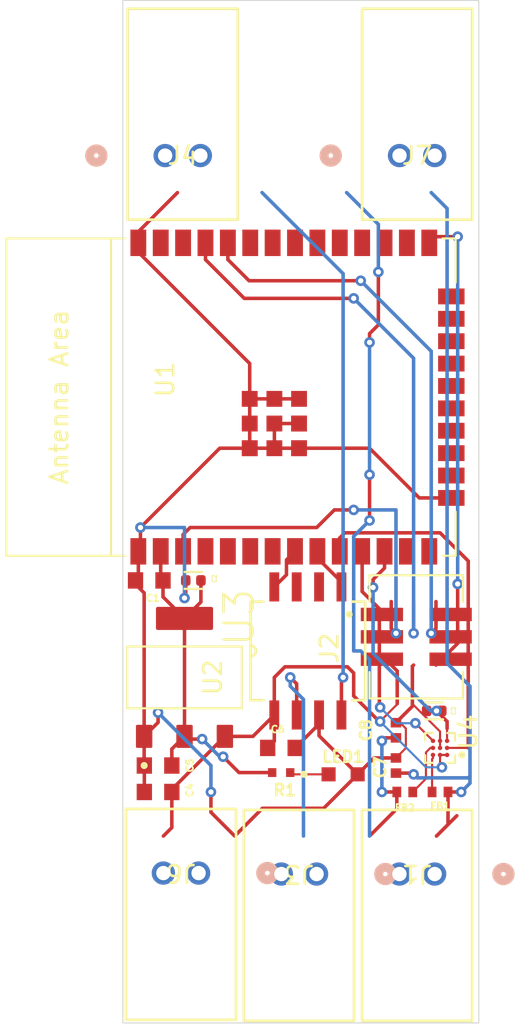
<source format=kicad_pcb>
(kicad_pcb (version 20240108) (generator "pcbnew") (generator_version "8.0")
  (layers (0 "F.Cu" signal) (31 "B.Cu" signal) (34 "B.Paste" user) (35 "F.Paste" user) (36 "B.SilkS" user "B.Silkscreen") (37 "F.SilkS" user "F.Silkscreen") (38 "B.Mask" user) (39 "F.Mask" user) (44 "Edge.Cuts" user))
  (net 0 "")
  (net 1 "GND")
  (net 2 "+3V3")
  (net 3 "+5V")
  (net 4 "/OUTP")
  (net 5 "/OUTN")
  (net 6 "Net-(U4-OUTP)")
  (net 7 "Net-(U4-OUTN)")
  (net 8 "/IO0")
  (net 9 "/EN")
  (net 10 "/RXD0")
  (net 11 "/TXD0")
  (net 12 "/OUTA")
  (net 13 "/OUTB")
  (net 14 "Net-(LED1-A)")
  (net 17 "/IO32")
  (net 31 "/IO26")
  (net 34 "/IO33")
  (net 40 "/IO25")
  (net 43 "/IO27")
  (footprint "10 uF capacitor:CAPC1608X90N" (layer "F.Cu") (at 136.5 112.5)
    (property "Reference" "C6" (at -0.21 -1.05 0) (layer "F.SilkS") (effects (font (size 0.393701 0.393701))))
    (property "Value" "10uF")
    (pad "1" smd rect (at -0.78 0) (size 0.87 0.93) (layers "F.Cu" "F.Paste" "F.Mask") (net 3 "+5V"))
    (pad "2" smd rect (at 0.78 0) (size 0.87 0.93) (layers "F.Cu" "F.Paste" "F.Mask") (net 1 "GND"))
  )
  (footprint "100 nF Capacitor:CAPC1005X55N" (layer "F.Cu") (at 145.17 110.4 180)
    (property "Reference" "C3" (at -1.1 0 90) (layer "F.SilkS") (effects (font (size 0.241854 0.241854))))
    (property "Value" "100nF")
    (fp_line (start 0.5 -0.48) (end -0.5 -0.48) (stroke (width 0.127)) (layer "F.SilkS"))
    (fp_line (start -0.5 0.48) (end 0.5 0.48) (stroke (width 0.127)) (layer "F.SilkS"))
    (pad "1" smd roundrect (at -0.43 0 180) (size 0.54 0.6) (layers "F.Cu" "F.Paste" "F.Mask") (roundrect_rratio 0.265) (net 1 "GND"))
    (pad "2" smd roundrect (at 0.43 0 180) (size 0.54 0.6) (layers "F.Cu" "F.Paste" "F.Mask") (roundrect_rratio 0.265) (net 3 "+5V"))
  )
  (footprint "10 uF capacitor:CAPC1608X90N" (layer "F.Cu") (at 129.5 113.5)
    (property "Reference" "C5" (at 1.8 0 90) (layer "F.SilkS") (effects (font (size 0.393701 0.393701) (thickness 0.098425))))
    (property "Value" "10uF")
    (pad "1" smd rect (at -0.78 0) (size 0.87 0.93) (layers "F.Cu" "F.Paste" "F.Mask") (net 1 "GND"))
    (pad "2" smd rect (at 0.78 0) (size 0.87 0.93) (layers "F.Cu" "F.Paste" "F.Mask") (net 2 "+3V3"))
  )
  (footprint "5-1-ohm-resistor:RES_ERJ2RKF5101X" (layer "F.Cu") (at 136.488 113.9 180)
    (property "Reference" "R1" (at -0.2 -1 0) (layer "F.SilkS") (effects (font (size 0.64 0.64))))
    (property "Value" "5.1kΩ")
    (pad "1" smd rect (at -0.512 0 180) (size 0.475 0.5) (layers "F.Cu" "F.Paste" "F.Mask") (net 14 "Net-(LED1-A)"))
    (pad "2" smd rect (at 0.512 0 180) (size 0.475 0.5) (layers "F.Cu" "F.Paste" "F.Mask") (net 2 "+3V3"))
  )
  (footprint "footprints:CONN2_S02B-PASK-2_JST" (layer "F.Cu") (at 129.899999 78.9)
    (property "Reference" "J4" (at 1 0 0) (layer "F.SilkS"))
    (property "Value" "S02B-PASK-2")
    (fp_circle (center -3.9022 0) (end -3.5212 0) (stroke (width 0.508)) (fill none) (layer "B.SilkS"))
    (fp_line (start -2.1242 -8.327001) (end -2.1242 3.636399) (stroke (width 0.1524)) (layer "F.SilkS"))
    (fp_line (start -2.1242 3.636399) (end 4.1242 3.636399) (stroke (width 0.1524)) (layer "F.SilkS"))
    (fp_line (start 4.1242 -8.327001) (end -2.1242 -8.327001) (stroke (width 0.1524)) (layer "F.SilkS"))
    (fp_line (start 4.1242 3.636399) (end 4.1242 -8.327001) (stroke (width 0.1524)) (layer "F.SilkS"))
    (fp_circle (center -3.9022 0) (end -3.5212 0) (stroke (width 0.508)) (fill none) (layer "F.SilkS"))
    (pad "1" thru_hole circle (at 0 0) (size 1.3208 1.3208) (drill 0.8128) (layers "*.Cu" "*.Mask") (net 1 "GND"))
    (pad "2" thru_hole circle (at 2.000001 0) (size 1.3208 1.3208) (drill 0.8128) (layers "*.Cu" "*.Mask") (net 12 "/OUTA"))
  )
  (footprint "dc3-6p:dc3-6p" (layer "F.Cu") (at 144.15 106.2 90)
    (property "Reference" "J2" (at -0.635 -4.935 90) (layer "F.SilkS"))
    (property "Value" "20021221-00006T4LF")
    (fp_line (start 3.495 -2.65) (end 2 -2.65) (stroke (width 0.127)) (layer "F.SilkS"))
    (fp_line (start -2 -2.65) (end -3.495 -2.65) (stroke (width 0.127)) (layer "F.SilkS"))
    (fp_line (start -3.495 -2.65) (end -3.495 2.65) (stroke (width 0.127)) (layer "F.SilkS"))
    (fp_line (start 3.495 2.65) (end 3.495 -2.65) (stroke (width 0.127)) (layer "F.SilkS"))
    (fp_line (start 2 2.65) (end 3.495 2.65) (stroke (width 0.127)) (layer "F.SilkS"))
    (fp_line (start -3.495 2.65) (end -2 2.65) (stroke (width 0.127)) (layer "F.SilkS"))
    (fp_circle (center 1.27 -3.81) (end 1.37 -3.81) (stroke (width 0.2)) (fill none) (layer "F.SilkS"))
    (pad "1" smd rect (at 1.27 -1.95 90) (size 0.76 2.4) (layers "F.Cu" "F.Paste" "F.Mask") (net 9 "/EN"))
    (pad "2" smd rect (at 1.27 1.95 90) (size 0.76 2.4) (layers "F.Cu" "F.Paste" "F.Mask") (net 3 "+5V"))
    (pad "3" smd rect (at 0 -1.95 90) (size 0.76 2.4) (layers "F.Cu" "F.Paste" "F.Mask") (net 11 "/TXD0"))
    (pad "4" smd rect (at 0 1.95 90) (size 0.76 2.4) (layers "F.Cu" "F.Paste" "F.Mask") (net 1 "GND"))
    (pad "5" smd rect (at -1.27 -1.95 90) (size 0.76 2.4) (layers "F.Cu" "F.Paste" "F.Mask") (net 10 "/RXD0"))
    (pad "6" smd rect (at -1.27 1.95 90) (size 0.76 2.4) (layers "F.Cu" "F.Paste" "F.Mask") (net 8 "/IO0"))
  )
  (footprint "MAX98357AEWL_T:BGA9N40P3X3_134X143X69N" (layer "F.Cu") (at 145.5 112.5 180)
    (property "Reference" "U4" (at -1.6 0.9 90) (layer "F.SilkS"))
    (property "Value" "MAX98357AEWL_T")
    (fp_line (start 0.845 0.845) (end 0.845 0.4225) (stroke (width 0.127)) (layer "F.SilkS"))
    (fp_line (start 0.845 0.845) (end 0.4225 0.845) (stroke (width 0.127)) (layer "F.SilkS"))
    (fp_line (start 0.845 -0.845) (end 0.845 -0.4225) (stroke (width 0.127)) (layer "F.SilkS"))
    (fp_line (start 0.845 -0.845) (end 0.4225 -0.845) (stroke (width 0.127)) (layer "F.SilkS"))
    (fp_line (start -0.845 0.845) (end -0.4225 0.845) (stroke (width 0.127)) (layer "F.SilkS"))
    (fp_line (start -0.845 0.845) (end -0.845 0.4225) (stroke (width 0.127)) (layer "F.SilkS"))
    (fp_line (start -0.845 -0.845) (end -0.4225 -0.845) (stroke (width 0.127)) (layer "F.SilkS"))
    (fp_line (start -0.845 -0.845) (end -0.845 -0.4225) (stroke (width 0.127)) (layer "F.SilkS"))
    (fp_circle (center -1.231 -0.4) (end -1.131 -0.4) (stroke (width 0.2)) (fill none) (layer "F.SilkS"))
    (pad "A1" smd circle (at -0.4 -0.4 180) (size 0.25 0.25) (layers "F.Cu" "F.Paste" "F.Mask") (net 3 "+5V"))
    (pad "A2" smd circle (at 0 -0.4 180) (size 0.25 0.25) (layers "F.Cu" "F.Paste" "F.Mask") (net 3 "+5V"))
    (pad "A3" smd circle (at 0.4 -0.4 180) (size 0.25 0.25) (layers "F.Cu" "F.Paste" "F.Mask") (net 6 "Net-(U4-OUTP)"))
    (pad "B1" smd circle (at -0.4 0 180) (size 0.25 0.25) (layers "F.Cu" "F.Paste" "F.Mask") (net 40 "/IO25"))
    (pad "B2" smd circle (at 0 0 180) (size 0.25 0.25) (layers "F.Cu" "F.Paste" "F.Mask") (net 1 "GND"))
    (pad "B3" smd circle (at 0.4 0 180) (size 0.25 0.25) (layers "F.Cu" "F.Paste" "F.Mask") (net 7 "Net-(U4-OUTN)"))
    (pad "C1" smd circle (at -0.4 0.4 180) (size 0.25 0.25) (layers "F.Cu" "F.Paste" "F.Mask") (net 43 "/IO27"))
    (pad "C2" smd circle (at 0 0.4 180) (size 0.25 0.25) (layers "F.Cu" "F.Paste" "F.Mask") (net 1 "GND"))
    (pad "C3" smd circle (at 0.4 0.4 180) (size 0.25 0.25) (layers "F.Cu" "F.Paste" "F.Mask") (net 31 "/IO26"))
  )
  (footprint "footprints:CONN2_S02B-PASK-2_JST" (layer "F.Cu") (at 131.800001 119.6 180)
    (property "Reference" "J6" (at 1 0 180) (layer "F.SilkS"))
    (property "Value" "S02B-PASK-2")
    (fp_circle (center -3.9022 0) (end -3.5212 0) (stroke (width 0.508)) (fill none) (layer "B.SilkS"))
    (fp_line (start 4.1242 3.636399) (end 4.1242 -8.327001) (stroke (width 0.1524)) (layer "F.SilkS"))
    (fp_line (start 4.1242 -8.327001) (end -2.1242 -8.327001) (stroke (width 0.1524)) (layer "F.SilkS"))
    (fp_line (start -2.1242 3.636399) (end 4.1242 3.636399) (stroke (width 0.1524)) (layer "F.SilkS"))
    (fp_line (start -2.1242 -8.327001) (end -2.1242 3.636399) (stroke (width 0.1524)) (layer "F.SilkS"))
    (fp_circle (center -3.9022 0) (end -3.5212 0) (stroke (width 0.508)) (fill none) (layer "F.SilkS"))
    (pad "1" thru_hole circle (at 0 0 180) (size 1.3208 1.3208) (drill 0.8128) (layers "*.Cu" "*.Mask") (net 1 "GND"))
    (pad "2" thru_hole circle (at 2.000001 0 180) (size 1.3208 1.3208) (drill 0.8128) (layers "*.Cu" "*.Mask") (net 3 "+5V"))
  )
  (footprint "AMS1117-3.3:SOT229P700X180-4N" (layer "F.Cu") (at 131 108.5 90)
    (property "Reference" "U2" (at 0 1.6 90) (layer "F.SilkS"))
    (property "Value" "AMS1117-3.3_C347222")
    (fp_line (start 1.7525 -3.2525) (end 1.7525 3.2525) (stroke (width 0.127)) (layer "F.SilkS"))
    (fp_line (start -1.7525 -3.2525) (end 1.7525 -3.2525) (stroke (width 0.127)) (layer "F.SilkS"))
    (fp_line (start 1.7525 3.2525) (end -1.7525 3.2525) (stroke (width 0.127)) (layer "F.SilkS"))
    (fp_line (start -1.7525 3.2525) (end -1.7525 -3.2525) (stroke (width 0.127)) (layer "F.SilkS"))
    (fp_circle (center -5 -2.29) (end -4.9 -2.29) (stroke (width 0.2)) (fill none) (layer "F.SilkS"))
    (pad "1" smd roundrect (at -3.345 -2.29 90) (size 1.31 0.93) (layers "F.Cu" "F.Paste" "F.Mask") (roundrect_rratio 0.075) (net 1 "GND"))
    (pad "2" smd roundrect (at -3.345 0 90) (size 1.31 0.93) (layers "F.Cu" "F.Paste" "F.Mask") (roundrect_rratio 0.075) (net 2 "+3V3"))
    (pad "3" smd roundrect (at -3.345 2.29 90) (size 1.31 0.93) (layers "F.Cu" "F.Paste" "F.Mask") (roundrect_rratio 0.075) (net 3 "+5V"))
    (pad "4" smd roundrect (at 3.345 0 90) (size 1.31 3.24) (layers "F.Cu" "F.Paste" "F.Mask") (roundrect_rratio 0.075) (net 2 "+3V3"))
  )
  (footprint "22uF capacitor:CAPC1608X90N" (layer "F.Cu") (at 129 103)
    (property "Reference" "C1" (at 0.2 1 0) (layer "F.SilkS") (effects (font (size 0.393701 0.393701))))
    (property "Value" "22uF")
    (pad "1" smd rect (at -0.78 0) (size 0.87 0.93) (layers "F.Cu" "F.Paste" "F.Mask") (net 1 "GND"))
    (pad "2" smd rect (at 0.78 0) (size 0.87 0.93) (layers "F.Cu" "F.Paste" "F.Mask") (net 2 "+3V3"))
  )
  (footprint "220pF capacitor:CAPC1005X55N" (layer "F.Cu") (at 143 111.5 90)
    (property "Reference" "C8" (at 0 -1.7 -90) (layer "F.SilkS") (effects (font (size 0.629921 0.629921))))
    (property "Value" "220pF")
    (pad "1" smd rect (at -0.43 0 90) (size 0.54 0.6) (layers "F.Cu" "F.Paste" "F.Mask") (net 5 "/OUTN"))
    (pad "2" smd rect (at 0.43 0 90) (size 0.54 0.6) (layers "F.Cu" "F.Paste" "F.Mask") (net 1 "GND"))
  )
  (footprint "footprints:CONN2_S02B-PASK-2_JST" (layer "F.Cu") (at 145.1951 119.654699 180)
    (property "Reference" "J1" (at 1 0 180) (layer "F.SilkS"))
    (property "Value" "S02B-PASK-2")
    (fp_circle (center -3.9022 0) (end -3.5212 0) (stroke (width 0.508)) (fill none) (layer "B.SilkS"))
    (fp_line (start 4.1242 3.636399) (end 4.1242 -8.327001) (stroke (width 0.1524)) (layer "F.SilkS"))
    (fp_line (start 4.1242 -8.327001) (end -2.1242 -8.327001) (stroke (width 0.1524)) (layer "F.SilkS"))
    (fp_line (start -2.1242 3.636399) (end 4.1242 3.636399) (stroke (width 0.1524)) (layer "F.SilkS"))
    (fp_line (start -2.1242 -8.327001) (end -2.1242 3.636399) (stroke (width 0.1524)) (layer "F.SilkS"))
    (fp_circle (center -3.9022 0) (end -3.5212 0) (stroke (width 0.508)) (fill none) (layer "F.SilkS"))
    (pad "1" thru_hole circle (at 0 0 180) (size 1.3208 1.3208) (drill 0.8128) (layers "*.Cu" "*.Mask") (net 4 "/OUTP"))
    (pad "2" thru_hole circle (at 2.000001 0 180) (size 1.3208 1.3208) (drill 0.8128) (layers "*.Cu" "*.Mask") (net 5 "/OUTN"))
  )
  (footprint "footprints:CONN2_S02B-PASK-2_JST" (layer "F.Cu") (at 143.199999 78.9)
    (property "Reference" "J7" (at 1 0 0) (layer "F.SilkS"))
    (property "Value" "S02B-PASK-2")
    (fp_circle (center -3.9022 0) (end -3.5212 0) (stroke (width 0.508)) (fill none) (layer "B.SilkS"))
    (fp_line (start -2.1242 -8.327001) (end -2.1242 3.636399) (stroke (width 0.1524)) (layer "F.SilkS"))
    (fp_line (start -2.1242 3.636399) (end 4.1242 3.636399) (stroke (width 0.1524)) (layer "F.SilkS"))
    (fp_line (start 4.1242 -8.327001) (end -2.1242 -8.327001) (stroke (width 0.1524)) (layer "F.SilkS"))
    (fp_line (start 4.1242 3.636399) (end 4.1242 -8.327001) (stroke (width 0.1524)) (layer "F.SilkS"))
    (fp_circle (center -3.9022 0) (end -3.5212 0) (stroke (width 0.508)) (fill none) (layer "F.SilkS"))
    (pad "1" thru_hole circle (at 0 0) (size 1.3208 1.3208) (drill 0.8128) (layers "*.Cu" "*.Mask") (net 4 "/OUTP"))
    (pad "2" thru_hole circle (at 2.000001 0) (size 1.3208 1.3208) (drill 0.8128) (layers "*.Cu" "*.Mask") (net 5 "/OUTN"))
  )
  (footprint "ferrite:0402ferritebead" (layer "F.Cu") (at 143.5 115 180)
    (property "Reference" "FB2" (at 0 -0.9 180) (layer "F.SilkS") (effects (font (size 0.393701 0.393701))))
    (property "Value" "FerriteBead")
    (pad "1" smd rect (at -0.452 0 180) (size 0.5 0.6) (layers "F.Cu" "F.Paste" "F.Mask") (net 7 "Net-(U4-OUTN)"))
    (pad "2" smd rect (at 0.452 0 180) (size 0.5 0.6) (layers "F.Cu" "F.Paste" "F.Mask") (net 5 "/OUTN"))
  )
  (footprint "esp32:ESP32-WROOM-32E" (layer "F.Cu") (at 135.39 92.6 90)
    (property "Reference" "U1" (at 1 -5.49 90) (layer "F.SilkS"))
    (property "Value" "ESP32-WROOM-32E(8MB)")
    (fp_line (start 9 -14.5) (end 9 -7.75) (stroke (width 0.12)) (layer "F.SilkS"))
    (fp_line (start -9 -14.5) (end 9 -14.5) (stroke (width 0.12)) (layer "F.SilkS"))
    (fp_line (start -9 -14.5) (end -9 -7.75) (stroke (width 0.12)) (layer "F.SilkS"))
    (fp_line (start 9 -8.56) (end -9 -8.56) (stroke (width 0.12)) (layer "F.SilkS"))
    (fp_line (start 9 10.25) (end 9 11) (stroke (width 0.12)) (layer "F.SilkS"))
    (fp_line (start -9 10.25) (end -9 11) (stroke (width 0.12)) (layer "F.SilkS"))
    (fp_line (start 9 11) (end 8.25 11) (stroke (width 0.12)) (layer "F.SilkS"))
    (fp_line (start 8.25 11) (end 6.5 11) (stroke (width 0.12)) (layer "F.SilkS"))
    (fp_line (start -8.25 11) (end -6.5 11) (stroke (width 0.12)) (layer "F.SilkS"))
    (fp_line (start -9 11) (end -8.25 11) (stroke (width 0.12)) (layer "F.SilkS"))
    (fp_text user "Antenna Area" (at 0 -11.5 90) (layer "F.SilkS"))
    (pad "1" smd rect (at -8.75 -7.01 90) (size 1.5 0.9) (layers "F.Cu" "F.Paste" "F.Mask") (net 1 "GND"))
    (pad "2" smd rect (at -8.75 -5.74 90) (size 1.5 0.9) (layers "F.Cu" "F.Paste" "F.Mask") (net 2 "+3V3"))
    (pad "3" smd rect (at -8.75 -4.47 90) (size 1.5 0.9) (layers "F.Cu" "F.Paste" "F.Mask") (net 9 "/EN"))
    (pad "4" smd rect (at -8.75 -3.2 90) (size 1.5 0.9) (layers "F.Cu" "F.Paste" "F.Mask"))
    (pad "5" smd rect (at -8.75 -1.93 90) (size 1.5 0.9) (layers "F.Cu" "F.Paste" "F.Mask"))
    (pad "6" smd rect (at -8.75 -0.66 90) (size 1.5 0.9) (layers "F.Cu" "F.Paste" "F.Mask"))
    (pad "7" smd rect (at -8.75 0.61 90) (size 1.5 0.9) (layers "F.Cu" "F.Paste" "F.Mask"))
    (pad "8" smd rect (at -8.75 1.88 90) (size 1.5 0.9) (layers "F.Cu" "F.Paste" "F.Mask") (net 17 "/IO32"))
    (pad "9" smd rect (at -8.75 3.15 90) (size 1.5 0.9) (layers "F.Cu" "F.Paste" "F.Mask") (net 34 "/IO33"))
    (pad "10" smd rect (at -8.75 4.42 90) (size 1.5 0.9) (layers "F.Cu" "F.Paste" "F.Mask") (net 40 "/IO25"))
    (pad "11" smd rect (at -8.75 5.69 90) (size 1.5 0.9) (layers "F.Cu" "F.Paste" "F.Mask") (net 31 "/IO26"))
    (pad "12" smd rect (at -8.75 6.96 90) (size 1.5 0.9) (layers "F.Cu" "F.Paste" "F.Mask") (net 43 "/IO27"))
    (pad "13" smd rect (at -8.75 8.23 90) (size 1.5 0.9) (layers "F.Cu" "F.Paste" "F.Mask"))
    (pad "14" smd rect (at -8.75 9.5 90) (size 1.5 0.9) (layers "F.Cu" "F.Paste" "F.Mask"))
    (pad "15" smd rect (at -5.72 10.75 180) (size 1.5 0.9) (layers "F.Cu" "F.Paste" "F.Mask") (net 1 "GND"))
    (pad "16" smd rect (at -4.45 10.75 180) (size 1.5 0.9) (layers "F.Cu" "F.Paste" "F.Mask"))
    (pad "17" smd rect (at -3.18 10.75 180) (size 1.5 0.9) (layers "F.Cu" "F.Paste" "F.Mask"))
    (pad "18" smd rect (at -1.91 10.75 180) (size 1.5 0.9) (layers "F.Cu" "F.Paste" "F.Mask"))
    (pad "19" smd rect (at -0.64 10.75 180) (size 1.5 0.9) (layers "F.Cu" "F.Paste" "F.Mask"))
    (pad "20" smd rect (at 0.63 10.75 180) (size 1.5 0.9) (layers "F.Cu" "F.Paste" "F.Mask"))
    (pad "21" smd rect (at 1.9 10.75 180) (size 1.5 0.9) (layers "F.Cu" "F.Paste" "F.Mask"))
    (pad "22" smd rect (at 3.17 10.75 180) (size 1.5 0.9) (layers "F.Cu" "F.Paste" "F.Mask"))
    (pad "23" smd rect (at 4.44 10.75 180) (size 1.5 0.9) (layers "F.Cu" "F.Paste" "F.Mask"))
    (pad "24" smd rect (at 5.71 10.75 180) (size 1.5 0.9) (layers "F.Cu" "F.Paste" "F.Mask"))
    (pad "25" smd rect (at 8.75 9.5 270) (size 1.5 0.9) (layers "F.Cu" "F.Paste" "F.Mask") (net 8 "/IO0"))
    (pad "26" smd rect (at 8.75 8.23 270) (size 1.5 0.9) (layers "F.Cu" "F.Paste" "F.Mask"))
    (pad "27" smd rect (at 8.75 6.96 270) (size 1.5 0.9) (layers "F.Cu" "F.Paste" "F.Mask"))
    (pad "28" smd rect (at 8.75 5.69 270) (size 1.5 0.9) (layers "F.Cu" "F.Paste" "F.Mask"))
    (pad "29" smd rect (at 8.75 4.42 270) (size 1.5 0.9) (layers "F.Cu" "F.Paste" "F.Mask"))
    (pad "30" smd rect (at 8.75 3.15 270) (size 1.5 0.9) (layers "F.Cu" "F.Paste" "F.Mask"))
    (pad "31" smd rect (at 8.75 1.88 270) (size 1.5 0.9) (layers "F.Cu" "F.Paste" "F.Mask"))
    (pad "32" smd rect (at 8.75 0.61 270) (size 1.5 0.9) (layers "F.Cu" "F.Paste" "F.Mask"))
    (pad "33" smd rect (at 8.75 -0.66 270) (size 1.5 0.9) (layers "F.Cu" "F.Paste" "F.Mask"))
    (pad "34" smd rect (at 8.75 -1.93 270) (size 1.5 0.9) (layers "F.Cu" "F.Paste" "F.Mask") (net 10 "/RXD0"))
    (pad "35" smd rect (at 8.75 -3.2 270) (size 1.5 0.9) (layers "F.Cu" "F.Paste" "F.Mask") (net 11 "/TXD0"))
    (pad "36" smd rect (at 8.75 -4.47 270) (size 1.5 0.9) (layers "F.Cu" "F.Paste" "F.Mask"))
    (pad "37" smd rect (at 8.75 -5.74 270) (size 1.5 0.9) (layers "F.Cu" "F.Paste" "F.Mask"))
    (pad "38" smd rect (at 8.75 -7.01 270) (size 1.5 0.9) (layers "F.Cu" "F.Paste" "F.Mask") (net 1 "GND"))
    (pad "39" smd rect (at -2.9 -0.69 270) (size 0.9 0.9) (layers "F.Cu" "F.Paste" "F.Mask") (net 1 "GND"))
    (pad "39" smd rect (at -2.9 -0.69 270) (size 0.9 0.9) (layers "F.Cu" "F.Paste" "F.Mask") (net 1 "GND"))
    (pad "39" smd rect (at -2.9 0.71 270) (size 0.9 0.9) (layers "F.Cu" "F.Paste" "F.Mask") (net 1 "GND"))
    (pad "39" smd rect (at -2.9 2.11 270) (size 0.9 0.9) (layers "F.Cu" "F.Paste" "F.Mask") (net 1 "GND"))
    (pad "39" smd rect (at -2.9 2.11 270) (size 0.9 0.9) (layers "F.Cu" "F.Paste" "F.Mask") (net 1 "GND"))
    (pad "39" smd rect (at -1.5 -0.69 270) (size 0.9 0.9) (layers "F.Cu" "F.Paste" "F.Mask") (net 1 "GND"))
    (pad "39" smd rect (at -1.5 0.71 270) (size 0.9 0.9) (layers "F.Cu" "F.Paste" "F.Mask") (net 1 "GND"))
    (pad "39" smd rect (at -1.5 2.11 270) (size 0.9 0.9) (layers "F.Cu" "F.Paste" "F.Mask") (net 1 "GND"))
    (pad "39" smd rect (at -1.5 2.11 270) (size 0.9 0.9) (layers "F.Cu" "F.Paste" "F.Mask") (net 1 "GND"))
    (pad "39" smd rect (at -0.1 -0.69 270) (size 0.9 0.9) (layers "F.Cu" "F.Paste" "F.Mask") (net 1 "GND"))
    (pad "39" smd rect (at -0.1 0.71 270) (size 0.9 0.9) (layers "F.Cu" "F.Paste" "F.Mask") (net 1 "GND"))
    (pad "39" smd rect (at -0.1 2.11 270) (size 0.9 0.9) (layers "F.Cu" "F.Paste" "F.Mask") (net 1 "GND"))
  )
  (footprint "100 nF Capacitor:CAPC1005X55N" (layer "F.Cu") (at 131.5 103)
    (property "Reference" "C2" (at 1.2 -0.1 90) (layer "F.SilkS") (effects (font (size 0.241854 0.241854))))
    (property "Value" "100nF")
    (fp_line (start -0.5 0.48) (end 0.5 0.48) (stroke (width 0.127)) (layer "F.SilkS"))
    (fp_line (start 0.5 -0.48) (end -0.5 -0.48) (stroke (width 0.127)) (layer "F.SilkS"))
    (pad "1" smd roundrect (at -0.43 0) (size 0.54 0.6) (layers "F.Cu" "F.Paste" "F.Mask") (roundrect_rratio 0.265) (net 1 "GND"))
    (pad "2" smd roundrect (at 0.43 0) (size 0.54 0.6) (layers "F.Cu" "F.Paste" "F.Mask") (roundrect_rratio 0.265) (net 2 "+3V3"))
  )
  (footprint "220pF capacitor:CAPC1005X55N" (layer "F.Cu") (at 143 113.5 90)
    (property "Reference" "C7" (at -0.1 -0.9 90) (layer "F.SilkS") (effects (font (size 0.629921 0.629921))))
    (property "Value" "220pF")
    (pad "1" smd rect (at -0.43 0 90) (size 0.54 0.6) (layers "F.Cu" "F.Paste" "F.Mask") (net 4 "/OUTP"))
    (pad "2" smd rect (at 0.43 0 90) (size 0.54 0.6) (layers "F.Cu" "F.Paste" "F.Mask") (net 1 "GND"))
  )
  (footprint "KP-1608SURCK:LED_KP-1608SURCK" (layer "F.Cu") (at 140 114)
    (property "Reference" "LED1" (at 0 -1 0) (layer "F.SilkS") (effects (font (size 0.64 0.64))))
    (property "Value" "0805G (Green)")
    (fp_circle (center -2.225 0) (end -2.125 0) (stroke (width 0.2)) (fill none) (layer "F.SilkS"))
    (pad "1" smd rect (at 0.825 0) (size 0.8 0.8) (layers "F.Cu" "F.Paste" "F.Mask") (net 1 "GND"))
    (pad "2" smd rect (at -0.825 0) (size 0.8 0.8) (layers "F.Cu" "F.Paste" "F.Mask") (net 14 "Net-(LED1-A)"))
  )
  (footprint "footprints:CONN2_S02B-PASK-2_JST" (layer "F.Cu") (at 138.4951 119.654699 180)
    (property "Reference" "J3" (at 1 0 180) (layer "F.SilkS"))
    (property "Value" "S02B-PASK-2")
    (fp_circle (center -3.9022 0) (end -3.5212 0) (stroke (width 0.508)) (fill none) (layer "B.SilkS"))
    (fp_line (start 4.1242 3.636399) (end 4.1242 -8.327001) (stroke (width 0.1524)) (layer "F.SilkS"))
    (fp_line (start 4.1242 -8.327001) (end -2.1242 -8.327001) (stroke (width 0.1524)) (layer "F.SilkS"))
    (fp_line (start -2.1242 3.636399) (end 4.1242 3.636399) (stroke (width 0.1524)) (layer "F.SilkS"))
    (fp_line (start -2.1242 -8.327001) (end -2.1242 3.636399) (stroke (width 0.1524)) (layer "F.SilkS"))
    (fp_circle (center -3.9022 0) (end -3.5212 0) (stroke (width 0.508)) (fill none) (layer "F.SilkS"))
    (pad "1" thru_hole circle (at 0 0 180) (size 1.3208 1.3208) (drill 0.8128) (layers "*.Cu" "*.Mask") (net 1 "GND"))
    (pad "2" thru_hole circle (at 2.000001 0 180) (size 1.3208 1.3208) (drill 0.8128) (layers "*.Cu" "*.Mask") (net 13 "/OUTB"))
  )
  (footprint "10 uF capacitor:CAPC1608X90N" (layer "F.Cu") (at 129.5 115)
    (property "Reference" "C4" (at 1.8 -0.1 90) (layer "F.SilkS") (effects (font (size 0.393701 0.393701))))
    (property "Value" "10uF")
    (pad "1" smd rect (at -0.78 0) (size 0.87 0.93) (layers "F.Cu" "F.Paste" "F.Mask") (net 1 "GND"))
    (pad "2" smd rect (at 0.78 0) (size 0.87 0.93) (layers "F.Cu" "F.Paste" "F.Mask") (net 3 "+5V"))
  )
  (footprint "ferrite:0402ferritebead" (layer "F.Cu") (at 145.5 115)
    (property "Reference" "FB1" (at 0 0.8 0) (layer "F.SilkS") (effects (font (size 0.393701 0.393701))))
    (property "Value" "FerriteBead")
    (pad "1" smd rect (at -0.452 0) (size 0.5 0.6) (layers "F.Cu" "F.Paste" "F.Mask") (net 6 "Net-(U4-OUTP)"))
    (pad "2" smd rect (at 0.452 0) (size 0.5 0.6) (layers "F.Cu" "F.Paste" "F.Mask") (net 4 "/OUTP"))
  )
  (footprint "motor_driver:SOP127P780X200-8N" (layer "F.Cu") (at 138 107 90)
    (property "Reference" "U3" (at 1.9 -3.9 -90) (layer "F.SilkS") (effects (font (size 1.641504 1.641504))))
    (property "Value" "GR6205-SOP-8")
    (fp_line (start 2.794 -3.2512) (end 0.3048 -3.2512) (stroke (width 0.1524)) (layer "F.SilkS"))
    (fp_line (start 0.3048 -3.2512) (end -0.3048 -3.2512) (stroke (width 0.1524)) (layer "F.SilkS"))
    (fp_line (start -0.3048 -3.2512) (end -2.794 -3.2512) (stroke (width 0.1524)) (layer "F.SilkS"))
    (fp_line (start -2.794 -3.2512) (end -2.794 -2.5146) (stroke (width 0.1524)) (layer "F.SilkS"))
    (fp_line (start 2.794 -2.5146) (end 2.794 -3.2512) (stroke (width 0.1524)) (layer "F.SilkS"))
    (fp_line (start -2.794 2.5146) (end -2.794 3.2512) (stroke (width 0.1524)) (layer "F.SilkS"))
    (fp_line (start 2.794 3.2512) (end 2.794 2.5146) (stroke (width 0.1524)) (layer "F.SilkS"))
    (fp_line (start -2.794 3.2512) (end 2.794 3.2512) (stroke (width 0.1524)) (layer "F.SilkS"))
    (fp_arc (start 0.3048 -3.2512) (mid 0 -2.9464) (end -0.3048 -3.2512) (stroke (width 0.1524)) (layer "F.SilkS"))
    (pad "1" smd rect (at -3.6322 -1.905 90) (size 1.651 0.5588) (layers "F.Cu" "F.Paste" "F.Mask") (net 3 "+5V"))
    (pad "2" smd rect (at -3.6322 -0.635 90) (size 1.651 0.5588) (layers "F.Cu" "F.Paste" "F.Mask") (net 13 "/OUTB"))
    (pad "3" smd rect (at -3.6322 0.635 90) (size 1.651 0.5588) (layers "F.Cu" "F.Paste" "F.Mask") (net 1 "GND"))
    (pad "4" smd rect (at -3.6322 1.905 90) (size 1.651 0.5588) (layers "F.Cu" "F.Paste" "F.Mask") (net 12 "/OUTA"))
    (pad "5" smd rect (at 3.6322 1.905 90) (size 1.651 0.5588) (layers "F.Cu" "F.Paste" "F.Mask") (net 34 "/IO33"))
    (pad "6" smd rect (at 3.6322 0.635 90) (size 1.651 0.5588) (layers "F.Cu" "F.Paste" "F.Mask"))
    (pad "7" smd rect (at 3.6322 -0.635 90) (size 1.651 0.5588) (layers "F.Cu" "F.Paste" "F.Mask"))
    (pad "8" smd rect (at 3.6322 -1.905 90) (size 1.651 0.5588) (layers "F.Cu" "F.Paste" "F.Mask") (net 17 "/IO32"))
  )
  (gr_rect (start 127.5 70.1) (end 147.7 128.1) (stroke (width 0.05)) (fill none) (layer "Edge.Cuts"))
  (segment (start 137.5 95.5) (end 136.1 95.5) (width 0.2) (layer "F.Cu") (net 1))
  (segment (start 133.85 117.5) (end 132.5 116.15) (width 0.2) (layer "F.Cu") (net 1))
  (segment (start 134.7 90.7) (end 134.7 92.7) (width 0.2) (layer "F.Cu") (net 1))
  (segment (start 143.23 111.07) (end 143.56 111.4) (width 0.12) (layer "F.Cu") (net 1))
  (segment (start 136.1 94.1) (end 136.1 95.5) (width 0.2) (layer "F.Cu") (net 1))
  (segment (start 141.755 113.07) (end 140.825 114) (width 0.2) (layer "F.Cu") (net 1))
  (segment (start 131.07 103) (end 131.07 103.93) (width 0.2) (layer "F.Cu") (net 1))
  (segment (start 129.5 110.5) (end 129.5 111.055) (width 0.2) (layer "F.Cu") (net 1))
  (segment (start 138.9 115.925) (end 140.825 114) (width 0.2) (layer "F.Cu") (net 1))
  (segment (start 134.7 92.7) (end 134.7 94.1) (width 0.2) (layer "F.Cu") (net 1))
  (segment (start 138.635 111.81) (end 138.635 110.6322) (width 0.2) (layer "F.Cu") (net 1))
  (segment (start 143.93 107.87) (end 144 107.8) (width 0.2) (layer "F.Cu") (net 1))
  (segment (start 128.38 83.22) (end 128.38 83.85) (width 0.2) (layer "F.Cu") (net 1))
  (segment (start 137.5 92.7) (end 136.1 92.7) (width 0.2) (layer "F.Cu") (net 1))
  (segment (start 134.7 95.5) (end 136.1 95.5) (width 0.2) (layer "F.Cu") (net 1))
  (segment (start 128.38 102.84) (end 128.22 103) (width 0.2) (layer "F.Cu") (net 1))
  (segment (start 131.07 103.93) (end 131 104) (width 0.2) (layer "F.Cu") (net 1))
  (segment (start 143.56 112.51) (end 143 113.07) (width 0.12) (layer "F.Cu") (net 1))
  (segment (start 128.38 101.35) (end 128.38 102.84) (width 0.2) (layer "F.Cu") (net 1))
  (segment (start 136.1 94.1) (end 137.5 94.1) (width 0.2) (layer "F.Cu") (net 1))
  (segment (start 128.71 111.845) (end 128.71 113.49) (width 0.2) (layer "F.Cu") (net 1))
  (segment (start 143.56 111.4) (end 143.56 112.51) (width 0.12) (layer "F.Cu") (net 1))
  (segment (start 134.7 94.1) (end 134.7 95.5) (width 0.2) (layer "F.Cu") (net 1))
  (segment (start 137.28 112.5) (end 138.635 111.145) (width 0.2) (layer "F.Cu") (net 1))
  (segment (start 141.5 95.5) (end 144.32 98.32) (width 0.2) (layer "F.Cu") (net 1))
  (segment (start 129.5 111.055) (end 128.71 111.845) (width 0.2) (layer "F.Cu") (net 1))
  (segment (start 143.93 110.14) (end 143.93 110) (width 0.2) (layer "F.Cu") (net 1))
  (segment (start 128.22 103.22) (end 128.71 103.71) (width 0.2) (layer "F.Cu") (net 1))
  (segment (start 132.5 116.15) (end 132.5 115) (width 0.2) (layer "F.Cu") (net 1))
  (segment (start 128.71 113.49) (end 128.72 113.5) (width 0.2) (layer "F.Cu") (net 1))
  (segment (start 145.5 112.1) (end 145.5 111.57) (width 0.12) (layer "F.Cu") (net 1))
  (segment (start 128.72 113.5) (end 128.72 115) (width 0.2) (layer "F.Cu") (net 1))
  (segment (start 128.38 84.38) (end 134.7 90.7) (width 0.2) (layer "F.Cu") (net 1))
  (segment (start 141.5 95.5) (end 137.5 95.5) (width 0.2) (layer "F.Cu") (net 1))
  (segment (start 138.635 111.145) (end 138.635 110.6322) (width 0.2) (layer "F.Cu") (net 1))
  (segment (start 144.32 98.32) (end 146.14 98.32) (width 0.2) (layer "F.Cu") (net 1))
  (segment (start 128.5 101.23) (end 128.38 101.35) (width 0.2) (layer "F.Cu") (net 1))
  (segment (start 143 111.07) (end 143.93 110.14) (width 0.2) (layer "F.Cu") (net 1))
  (segment (start 133 95.5) (end 128.5 100) (width 0.2) (layer "F.Cu") (net 1))
  (segment (start 128.22 103) (end 128.22 103.22) (width 0.2) (layer "F.Cu") (net 1))
  (segment (start 133.85 117.5) (end 135.425 115.925) (width 0.2) (layer "F.Cu") (net 1))
  (segment (start 134.7 95.5) (end 133 95.5) (width 0.2) (layer "F.Cu") (net 1))
  (segment (start 145.5 112.1) (end 145.5 112.5) (width 0.12) (layer "F.Cu") (net 1))
  (segment (start 130.6 81) (end 128.38 83.22) (width 0.2) (layer "F.Cu") (net 1))
  (segment (start 143.93 110) (end 143.93 107.87) (width 0.2) (layer "F.Cu") (net 1))
  (segment (start 128.38 83.85) (end 128.38 84.38) (width 0.2) (layer "F.Cu") (net 1))
  (segment (start 135.425 115.925) (end 138.9 115.925) (width 0.2) (layer "F.Cu") (net 1))
  (segment (start 134.7 92.7) (end 136.1 92.7) (width 0.2) (layer "F.Cu") (net 1))
  (segment (start 143 113.07) (end 141.755 113.07) (width 0.2) (layer "F.Cu") (net 1))
  (segment (start 128.71 103.71) (end 128.71 111.845) (width 0.2) (layer "F.Cu") (net 1))
  (segment (start 128.5 100) (end 128.5 101.23) (width 0.2) (layer "F.Cu") (net 1))
  (segment (start 143 111.07) (end 143.23 111.07) (width 0.12) (layer "F.Cu") (net 1))
  (segment (start 140.825 114) (end 138.635 111.81) (width 0.2) (layer "F.Cu") (net 1))
  (segment (start 145.5 111.57) (end 143.93 110) (width 0.12) (layer "F.Cu") (net 1))
  (via (at 131 104) (size 0.6) (drill 0.3) (layers "F.Cu" "B.Cu") (net 1))
  (via (at 128.5 100) (size 0.6) (drill 0.3) (layers "F.Cu" "B.Cu") (net 1))
  (via (at 129.5 110.5) (size 0.6) (drill 0.3) (layers "F.Cu" "B.Cu") (net 1))
  (via (at 132.5 115) (size 0.6) (drill 0.3) (layers "F.Cu" "B.Cu") (net 1))
  (segment (start 132.5 115) (end 132.5 113.5) (width 0.2) (layer "B.Cu") (net 1))
  (segment (start 132.5 113.5) (end 129.5 110.5) (width 0.2) (layer "B.Cu") (net 1))
  (segment (start 131 100) (end 128.5 100) (width 0.2) (layer "B.Cu") (net 1))
  (segment (start 131 104) (end 131 100) (width 0.2) (layer "B.Cu") (net 1))
  (segment (start 129.78 103.935) (end 131 105.155) (width 0.2) (layer "F.Cu") (net 2))
  (segment (start 132 112) (end 131.155 112) (width 0.2) (layer "F.Cu") (net 2))
  (segment (start 129.65 102.87) (end 129.78 103) (width 0.2) (layer "F.Cu") (net 2))
  (segment (start 131 105.155) (end 131.93 104.225) (width 0.2) (layer "F.Cu") (net 2))
  (segment (start 130.28 113.5) (end 130.28 112.565) (width 0.2) (layer "F.Cu") (net 2))
  (segment (start 129.78 103) (end 129.78 103.935) (width 0.2) (layer "F.Cu") (net 2))
  (segment (start 131 111.845) (end 131 105.155) (width 0.2) (layer "F.Cu") (net 2))
  (segment (start 130.28 112.565) (end 131 111.845) (width 0.2) (layer "F.Cu") (net 2))
  (segment (start 135.976 113.9) (end 134.092821 113.9) (width 0.2) (layer "F.Cu") (net 2))
  (segment (start 129.65 101.35) (end 129.65 102.87) (width 0.2) (layer "F.Cu") (net 2))
  (segment (start 134.092821 113.9) (end 133.192821 113) (width 0.2) (layer "F.Cu") (net 2))
  (segment (start 131.93 104.225) (end 131.93 103) (width 0.2) (layer "F.Cu") (net 2))
  (segment (start 131.155 112) (end 131 111.845) (width 0.2) (layer "F.Cu") (net 2))
  (via (at 133.192821 113) (size 0.6) (drill 0.3) (layers "F.Cu" "B.Cu") (net 2))
  (via (at 132 112) (size 0.6) (drill 0.3) (layers "F.Cu" "B.Cu") (net 2))
  (segment (start 133 113) (end 132 112) (width 0.2) (layer "B.Cu") (net 2))
  (segment (start 133.192821 113) (end 133 113) (width 0.2) (layer "B.Cu") (net 2))
  (segment (start 142.099999 111.000002) (end 142.051473 111.000002) (width 0.2) (layer "F.Cu") (net 3))
  (segment (start 136.095 112.125) (end 135.72 112.5) (width 0.2) (layer "F.Cu") (net 3))
  (segment (start 140.248529 107.9) (end 136.7 107.9) (width 0.2) (layer "F.Cu") (net 3))
  (segment (start 130.28 114.855) (end 133.29 111.845) (width 0.2) (layer "F.Cu") (net 3))
  (segment (start 140.6 108.251471) (end 140.248529 107.9) (width 0.2) (layer "F.Cu") (net 3))
  (segment (start 142.19196 110.9) (end 143.07 110.02196) (width 0.12) (layer "F.Cu") (net 3))
  (segment (start 145.9 112.9) (end 145.5 112.9) (width 0.12) (layer "F.Cu") (net 3))
  (segment (start 136.7 107.9) (end 136.095 108.505) (width 0.2) (layer "F.Cu") (net 3))
  (segment (start 134.8822 111.845) (end 136.095 110.6322) (width 0.2) (layer "F.Cu") (net 3))
  (segment (start 142.1 111.000001) (end 142.1 110.9) (width 0.2) (layer "F.Cu") (net 3))
  (segment (start 136.095 110.6322) (end 136.095 112.125) (width 0.2) (layer "F.Cu") (net 3))
  (segment (start 143.07 110) (end 143.07 108.14) (width 0.2) (layer "F.Cu") (net 3))
  (segment (start 136.095 108.505) (end 136.095 110.6322) (width 0.2) (layer "F.Cu") (net 3))
  (segment (start 142.1 110.9) (end 142.19196 110.9) (width 0.12) (layer "F.Cu") (net 3))
  (segment (start 145.5 112.9) (end 145.5 113.492) (width 0.12) (layer "F.Cu") (net 3))
  (segment (start 142.051473 111.000002) (end 140.6 109.548529) (width 0.2) (layer "F.Cu") (net 3))
  (segment (start 133.29 111.845) (end 134.8822 111.845) (width 0.2) (layer "F.Cu") (net 3))
  (segment (start 143.07 108.14) (end 142.73 107.8) (width 0.2) (layer "F.Cu") (net 3))
  (segment (start 145.5 113.492) (end 145.608 113.6) (width 0.12) (layer "F.Cu") (net 3))
  (segment (start 130.28 117.02) (end 129.8 117.5) (width 0.2) (layer "F.Cu") (net 3))
  (segment (start 140.6 109.548529) (end 140.6 108.251471) (width 0.2) (layer "F.Cu") (net 3))
  (segment (start 143.07 110.02196) (end 143.07 110) (width 0.12) (layer "F.Cu") (net 3))
  (segment (start 130.28 115) (end 130.28 117.02) (width 0.2) (layer "F.Cu") (net 3))
  (segment (start 142.099999 111.000002) (end 142.1 111.000001) (width 0.2) (layer "F.Cu") (net 3))
  (segment (start 130.28 115) (end 130.28 114.855) (width 0.2) (layer "F.Cu") (net 3))
  (via (at 145.608 113.6) (size 0.6) (drill 0.3) (layers "F.Cu" "B.Cu") (net 3))
  (via (at 142.099999 111.000002) (size 0.6) (drill 0.3) (layers "F.Cu" "B.Cu") (net 3))
  (segment (start 144.699997 113.6) (end 145.608 113.6) (width 0.12) (layer "B.Cu") (net 3))
  (segment (start 142.099999 111.000002) (end 144.699997 113.6) (width 0.12) (layer "B.Cu") (net 3))
  (segment (start 143.93 113.93) (end 144 114) (width 0.2) (layer "F.Cu") (net 4))
  (segment (start 145.952 115) (end 146.7 115) (width 0.2) (layer "F.Cu") (net 4))
  (segment (start 145.3 117.5) (end 146.452 116.348) (width 0.2) (layer "F.Cu") (net 4))
  (segment (start 145.3 117.5) (end 145.952 116.848) (width 0.2) (layer "F.Cu") (net 4))
  (segment (start 143 113.93) (end 143.93 113.93) (width 0.2) (layer "F.Cu") (net 4))
  (segment (start 145.952 116.848) (end 145.952 115) (width 0.2) (layer "F.Cu") (net 4))
  (via (at 144 114) (size 0.6) (drill 0.3) (layers "F.Cu" "B.Cu") (net 4))
  (via (at 146.7 115) (size 0.6) (drill 0.3) (layers "F.Cu" "B.Cu") (net 4))
  (segment (start 147.1 114.2) (end 147.2 114.1) (width 0.2) (layer "B.Cu") (net 4))
  (segment (start 145.9 107.7) (end 145.9 81.9) (width 0.2) (layer "B.Cu") (net 4))
  (segment (start 144.2 114.2) (end 147.1 114.2) (width 0.2) (layer "B.Cu") (net 4))
  (segment (start 147.2 114.5) (end 147.2 114.1) (width 0.2) (layer "B.Cu") (net 4))
  (segment (start 144 114) (end 144.2 114.2) (width 0.2) (layer "B.Cu") (net 4))
  (segment (start 147.2 109) (end 145.9 107.7) (width 0.2) (layer "B.Cu") (net 4))
  (segment (start 146.7 115) (end 147.2 114.5) (width 0.2) (layer "B.Cu") (net 4))
  (segment (start 145.9 81.9) (end 145 81) (width 0.2) (layer "B.Cu") (net 4))
  (segment (start 147.2 114.1) (end 147.2 109) (width 0.2) (layer "B.Cu") (net 4))
  (segment (start 143 111.93) (end 142.37 111.93) (width 0.2) (layer "F.Cu") (net 5))
  (segment (start 142.37 111.93) (end 142.2 112.1) (width 0.2) (layer "F.Cu") (net 5))
  (segment (start 141.5 89.5) (end 141.5 89) (width 0.2) (layer "F.Cu") (net 5))
  (segment (start 141.5 117.5) (end 143.048 115.952) (width 0.2) (layer "F.Cu") (net 5))
  (segment (start 142 88.5) (end 142 85.5) (width 0.2) (layer "F.Cu") (net 5))
  (segment (start 143.048 115.952) (end 143.048 115) (width 0.2) (layer "F.Cu") (net 5))
  (segment (start 142.2 115) (end 143.048 115) (width 0.2) (layer "F.Cu") (net 5))
  (segment (start 141.5 99.6) (end 141.5 97) (width 0.2) (layer "F.Cu") (net 5))
  (segment (start 141.5 89) (end 142 88.5) (width 0.2) (layer "F.Cu") (net 5))
  (via (at 142 85.5) (size 0.6) (drill 0.3) (layers "F.Cu" "B.Cu") (net 5))
  (via (at 142.2 112.1) (size 0.6) (drill 0.3) (layers "F.Cu" "B.Cu") (net 5))
  (via (at 142.2 115) (size 0.6) (drill 0.3) (layers "F.Cu" "B.Cu") (net 5))
  (via (at 141.5 97) (size 0.6) (drill 0.3) (layers "F.Cu" "B.Cu") (net 5))
  (via (at 141.5 99.6) (size 0.6) (drill 0.3) (layers "F.Cu" "B.Cu") (net 5))
  (via (at 141.5 89.5) (size 0.6) (drill 0.3) (layers "F.Cu" "B.Cu") (net 5))
  (segment (start 140.6 100.5) (end 141.5 99.6) (width 0.2) (layer "B.Cu") (net 5))
  (segment (start 140.6 107) (end 140.6 100.5) (width 0.2) (layer "B.Cu") (net 5))
  (segment (start 141 107) (end 141.5 107.5) (width 0.2) (layer "B.Cu") (net 5))
  (segment (start 141.5 107.5) (end 141.5 117.5) (width 0.2) (layer "B.Cu") (net 5))
  (segment (start 142 85.5) (end 142 82.8) (width 0.2) (layer "B.Cu") (net 5))
  (segment (start 141.5 97) (end 141.5 89.5) (width 0.2) (layer "B.Cu") (net 5))
  (segment (start 142.2 112.1) (end 142.2 115) (width 0.2) (layer "B.Cu") (net 5))
  (segment (start 140.6 107) (end 141 107) (width 0.2) (layer "B.Cu") (net 5))
  (segment (start 142 82.8) (end 140.2 81) (width 0.2) (layer "B.Cu") (net 5))
  (segment (start 145.1 112.9) (end 145.1 113.076776) (width 0.12) (layer "F.Cu") (net 6))
  (segment (start 145.1 113.076776) (end 145.048 113.128776) (width 0.12) (layer "F.Cu") (net 6))
  (segment (start 145.048 113.128776) (end 145.048 115) (width 0.12) (layer "F.Cu") (net 6))
  (segment (start 144.955527 112.5) (end 144.7 112.755527) (width 0.12) (layer "F.Cu") (net 7))
  (segment (start 144.7 112.755527) (end 144.7 114.252) (width 0.12) (layer "F.Cu") (net 7))
  (segment (start 145.1 112.5) (end 144.955527 112.5) (width 0.12) (layer "F.Cu") (net 7))
  (segment (start 144.7 114.252) (end 143.952 115) (width 0.12) (layer "F.Cu") (net 7))
  (segment (start 145.24 83.5) (end 144.89 83.85) (width 0.2) (layer "F.Cu") (net 8))
  (segment (start 146.5 106.57) (end 145.27 107.8) (width 0.2) (layer "F.Cu") (net 8))
  (segment (start 146.5 103.2) (end 146.5 106.57) (width 0.2) (layer "F.Cu") (net 8))
  (segment (start 146.5 83.5) (end 145.24 83.5) (width 0.2) (layer "F.Cu") (net 8))
  (via (at 146.5 103.2) (size 0.6) (drill 0.3) (layers "F.Cu" "B.Cu") (net 8))
  (via (at 146.5 83.5) (size 0.6) (drill 0.3) (layers "F.Cu" "B.Cu") (net 8))
  (segment (start 146.5 103.2) (end 146.5 83.5) (width 0.2) (layer "B.Cu") (net 8))
  (segment (start 139.5 99) (end 138.5 100) (width 0.2) (layer "F.Cu") (net 9))
  (segment (start 131.32 100) (end 130.92 100.4) (width 0.2) (layer "F.Cu") (net 9))
  (segment (start 138.5 100) (end 131.32 100) (width 0.2) (layer "F.Cu") (net 9))
  (segment (start 142.73 105.73) (end 143 106) (width 0.2) (layer "F.Cu") (net 9))
  (segment (start 142.73 104.2) (end 142.73 105.73) (width 0.2) (layer "F.Cu") (net 9))
  (segment (start 130.92 100.4) (end 130.92 101.35) (width 0.2) (layer "F.Cu") (net 9))
  (segment (start 140.6 99) (end 139.5 99) (width 0.2) (layer "F.Cu") (net 9))
  (via (at 140.6 99) (size 0.6) (drill 0.3) (layers "F.Cu" "B.Cu") (net 9))
  (via (at 143 106) (size 0.6) (drill 0.3) (layers "F.Cu" "B.Cu") (net 9))
  (segment (start 143 106) (end 143 99) (width 0.2) (layer "B.Cu") (net 9))
  (segment (start 143 99) (end 140.6 99) (width 0.2) (layer "B.Cu") (net 9))
  (segment (start 133.46 84.8) (end 133.46 83.85) (width 0.2) (layer "F.Cu") (net 10))
  (segment (start 141 86) (end 134.66 86) (width 0.2) (layer "F.Cu") (net 10))
  (segment (start 134.66 86) (end 133.46 84.8) (width 0.2) (layer "F.Cu") (net 10))
  (segment (start 145.27 104.2) (end 145.27 105.73) (width 0.2) (layer "F.Cu") (net 10))
  (segment (start 145.27 105.73) (end 145 106) (width 0.2) (layer "F.Cu") (net 10))
  (via (at 141 86) (size 0.6) (drill 0.3) (layers "F.Cu" "B.Cu") (net 10))
  (via (at 145 106) (size 0.6) (drill 0.3) (layers "F.Cu" "B.Cu") (net 10))
  (segment (start 145 90) (end 141 86) (width 0.2) (layer "B.Cu") (net 10))
  (segment (start 145 106) (end 145 90) (width 0.2) (layer "B.Cu") (net 10))
  (segment (start 134.39 87) (end 132.19 84.8) (width 0.2) (layer "F.Cu") (net 11))
  (segment (start 132.19 84.8) (end 132.19 83.85) (width 0.2) (layer "F.Cu") (net 11))
  (segment (start 140.6 87) (end 134.39 87) (width 0.2) (layer "F.Cu") (net 11))
  (segment (start 144 104.2) (end 144 106) (width 0.2) (layer "F.Cu") (net 11))
  (via (at 140.6 87) (size 0.6) (drill 0.3) (layers "F.Cu" "B.Cu") (net 11))
  (via (at 144 106) (size 0.6) (drill 0.3) (layers "F.Cu" "B.Cu") (net 11))
  (segment (start 144 90.4) (end 140.6 87) (width 0.2) (layer "B.Cu") (net 11))
  (segment (start 144 106) (end 144 90.4) (width 0.2) (layer "B.Cu") (net 11))
  (segment (start 139.905 108.595) (end 140 108.5) (width 0.2) (layer "F.Cu") (net 12))
  (segment (start 139.905 110.6322) (end 139.905 108.595) (width 0.2) (layer "F.Cu") (net 12))
  (via (at 140 108.5) (size 0.6) (drill 0.3) (layers "F.Cu" "B.Cu") (net 12))
  (segment (start 140 85.6) (end 135.4 81) (width 0.2) (layer "B.Cu") (net 12))
  (segment (start 140 108.5) (end 140 85.6) (width 0.2) (layer "B.Cu") (net 12))
  (segment (start 137.365 110.6322) (end 137.365 108.865) (width 0.2) (layer "F.Cu") (net 13))
  (segment (start 137.365 108.865) (end 137 108.5) (width 0.2) (layer "F.Cu") (net 13))
  (via (at 137 108.5) (size 0.6) (drill 0.3) (layers "F.Cu" "B.Cu") (net 13))
  (segment (start 137 109) (end 137.75 109.75) (width 0.2) (layer "B.Cu") (net 13))
  (segment (start 137 108.5) (end 137 109) (width 0.2) (layer "B.Cu") (net 13))
  (segment (start 137.75 109.75) (end 137.75 117.5) (width 0.2) (layer "B.Cu") (net 13))
  (segment (start 137.1 114) (end 137 113.9) (width 0.12) (layer "F.Cu") (net 14))
  (segment (start 139.175 114) (end 137.1 114) (width 0.12) (layer "F.Cu") (net 14))
  (segment (start 136.7856 101.8344) (end 137.27 101.35) (width 0.2) (layer "F.Cu") (net 17))
  (segment (start 136.7856 102.6772) (end 136.7856 101.8344) (width 0.2) (layer "F.Cu") (net 17))
  (segment (start 136.095 103.3678) (end 136.7856 102.6772) (width 0.2) (layer "F.Cu") (net 17))
  (segment (start 142.055 104.603529) (end 141.08 103.628529) (width 0.2) (layer "F.Cu") (net 31))
  (segment (start 145.1 112.1) (end 144.1 111.1) (width 0.12) (layer "F.Cu") (net 31))
  (segment (start 141.08 103.628529) (end 141.08 101.35) (width 0.2) (layer "F.Cu") (net 31))
  (segment (start 142.1 110.2) (end 142.055 110.155) (width 0.2) (layer "F.Cu") (net 31))
  (segment (start 142.055 110.155) (end 142.055 104.603529) (width 0.2) (layer "F.Cu") (net 31))
  (via (at 142.1 110.2) (size 0.6) (drill 0.3) (layers "F.Cu" "B.Cu") (net 31))
  (via (at 144.1 111.1) (size 0.6) (drill 0.3) (layers "F.Cu" "B.Cu") (net 31))
  (segment (start 143 111.1) (end 142.1 110.2) (width 0.12) (layer "B.Cu") (net 31))
  (segment (start 144.1 111.1) (end 143 111.1) (width 0.12) (layer "B.Cu") (net 31))
  (segment (start 139.905 103.3678) (end 139.905 103.0873) (width 0.2) (layer "F.Cu") (net 34))
  (segment (start 139.905 103.0873) (end 138.54 101.7223) (width 0.2) (layer "F.Cu") (net 34))
  (segment (start 138.54 101.7223) (end 138.54 101.35) (width 0.2) (layer "F.Cu") (net 34))
  (segment (start 140.1 100.3) (end 139.81 100.59) (width 0.2) (layer "F.Cu") (net 40))
  (segment (start 147.1 112.5) (end 147.1 101.9) (width 0.2) (layer "F.Cu") (net 40))
  (segment (start 145.5 100.3) (end 140.1 100.3) (width 0.2) (layer "F.Cu") (net 40))
  (segment (start 139.81 100.59) (end 139.81 101.35) (width 0.2) (layer "F.Cu") (net 40))
  (segment (start 145.9 112.5) (end 147.1 112.5) (width 0.12) (layer "F.Cu") (net 40))
  (segment (start 147.1 101.9) (end 145.5 100.3) (width 0.2) (layer "F.Cu") (net 40))
  (segment (start 142.35 102.3) (end 142.35 101.35) (width 0.2) (layer "F.Cu") (net 43))
  (segment (start 141.7 102.95) (end 142.35 102.3) (width 0.2) (layer "F.Cu") (net 43))
  (segment (start 145.9 111.4) (end 145.9 111) (width 0.2) (layer "F.Cu") (net 43))
  (segment (start 145.9 112.1) (end 145.9 111.4) (width 0.12) (layer "F.Cu") (net 43))
  (segment (start 145.9 111) (end 145.3 110.4) (width 0.2) (layer "F.Cu") (net 43))
  (segment (start 141.7 103.4) (end 141.7 102.95) (width 0.2) (layer "F.Cu") (net 43))
  (via (at 145.3 110.4) (size 0.6) (drill 0.3) (layers "F.Cu" "B.Cu") (net 43))
  (via (at 141.7 103.4) (size 0.6) (drill 0.3) (layers "F.Cu" "B.Cu") (net 43))
  (segment (start 141.7 107.134314) (end 141.7 103.4) (width 0.2) (layer "B.Cu") (net 43))
  (segment (start 144.965686 110.4) (end 141.7 107.134314) (width 0.2) (layer "B.Cu") (net 43))
  (segment (start 145.3 110.4) (end 144.965686 110.4) (width 0.2) (layer "B.Cu") (net 43))
)
</source>
